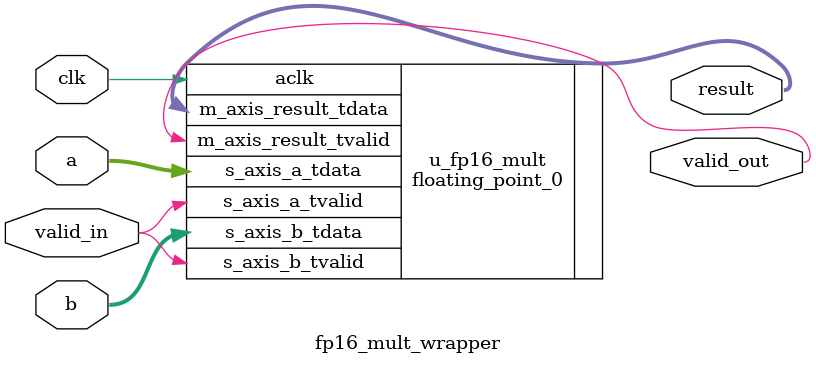
<source format=v>
module fp16_mult_wrapper (
    input  wire clk,
    input  wire [15:0] a,
    input  wire [15:0] b,
    input  wire        valid_in,
    output wire [15:0] result,
    output wire        valid_out
);
    floating_point_0 u_fp16_mult (
        .aclk(clk),
        .s_axis_a_tvalid(valid_in),
        .s_axis_a_tdata(a),
        .s_axis_b_tvalid(valid_in),
        .s_axis_b_tdata(b),
        .m_axis_result_tvalid(valid_out),
        .m_axis_result_tdata(result)
    );
endmodule

</source>
